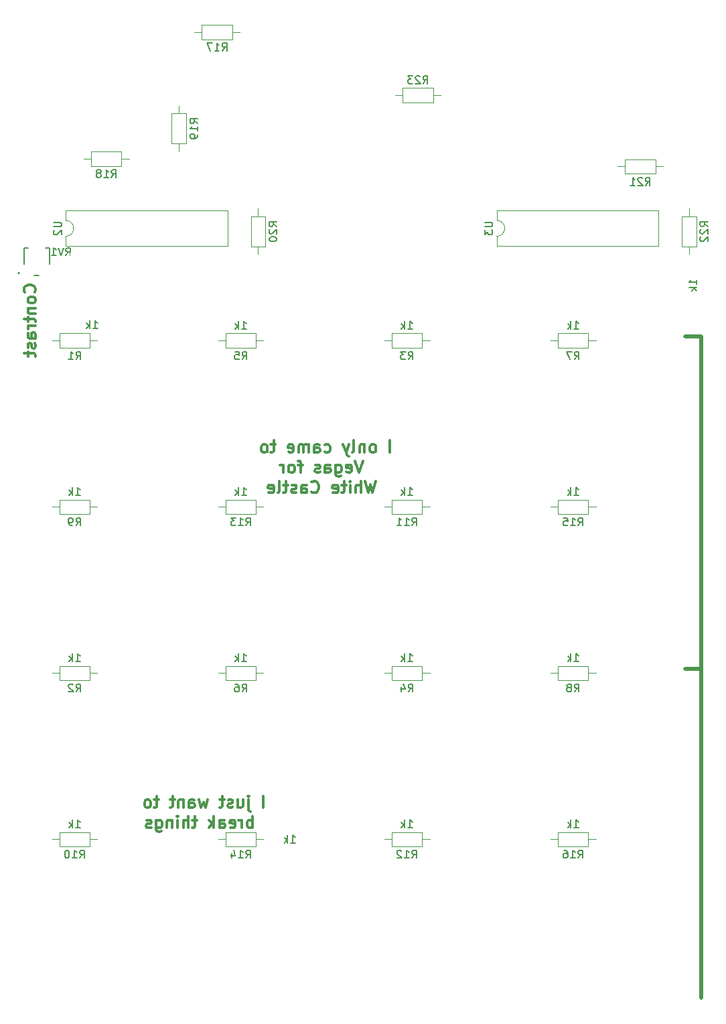
<source format=gbo>
%TF.GenerationSoftware,KiCad,Pcbnew,5.0.2+dfsg1-1*%
%TF.CreationDate,2022-01-02T19:08:51-08:00*%
%TF.ProjectId,keypad,6b657970-6164-42e6-9b69-6361645f7063,rev?*%
%TF.SameCoordinates,Original*%
%TF.FileFunction,Legend,Bot*%
%TF.FilePolarity,Positive*%
%FSLAX46Y46*%
G04 Gerber Fmt 4.6, Leading zero omitted, Abs format (unit mm)*
G04 Created by KiCad (PCBNEW 5.0.2+dfsg1-1) date Sun 02 Jan 2022 07:08:51 PM PST*
%MOMM*%
%LPD*%
G01*
G04 APERTURE LIST*
%ADD10C,0.500000*%
%ADD11C,0.300000*%
%ADD12C,0.127000*%
%ADD13C,0.200000*%
%ADD14C,0.120000*%
%ADD15C,0.150000*%
%ADD16C,1.700000*%
%ADD17C,4.000000*%
%ADD18C,2.200000*%
%ADD19R,1.800000X2.600000*%
%ADD20O,1.800000X2.600000*%
%ADD21C,3.000000*%
%ADD22R,1.700000X1.700000*%
%ADD23O,1.700000X1.700000*%
%ADD24R,1.600000X1.600000*%
%ADD25R,1.100000X1.600000*%
%ADD26C,8.600000*%
%ADD27C,0.900000*%
%ADD28O,1.400000X1.400000*%
%ADD29C,1.400000*%
%ADD30R,1.600000X2.400000*%
%ADD31O,1.600000X2.400000*%
G04 APERTURE END LIST*
D10*
X191000000Y-70500000D02*
X189000000Y-70500000D01*
X191000000Y-112500000D02*
X191000000Y-70500000D01*
X191000000Y-112500000D02*
X191000000Y-154000000D01*
X189000000Y-112500000D02*
X191000000Y-112500000D01*
D11*
X151678571Y-85128571D02*
X151678571Y-83628571D01*
X149607142Y-85128571D02*
X149750000Y-85057142D01*
X149821428Y-84985714D01*
X149892857Y-84842857D01*
X149892857Y-84414285D01*
X149821428Y-84271428D01*
X149750000Y-84200000D01*
X149607142Y-84128571D01*
X149392857Y-84128571D01*
X149250000Y-84200000D01*
X149178571Y-84271428D01*
X149107142Y-84414285D01*
X149107142Y-84842857D01*
X149178571Y-84985714D01*
X149250000Y-85057142D01*
X149392857Y-85128571D01*
X149607142Y-85128571D01*
X148464285Y-84128571D02*
X148464285Y-85128571D01*
X148464285Y-84271428D02*
X148392857Y-84200000D01*
X148250000Y-84128571D01*
X148035714Y-84128571D01*
X147892857Y-84200000D01*
X147821428Y-84342857D01*
X147821428Y-85128571D01*
X146892857Y-85128571D02*
X147035714Y-85057142D01*
X147107142Y-84914285D01*
X147107142Y-83628571D01*
X146464285Y-84128571D02*
X146107142Y-85128571D01*
X145750000Y-84128571D02*
X146107142Y-85128571D01*
X146250000Y-85485714D01*
X146321428Y-85557142D01*
X146464285Y-85628571D01*
X143392857Y-85057142D02*
X143535714Y-85128571D01*
X143821428Y-85128571D01*
X143964285Y-85057142D01*
X144035714Y-84985714D01*
X144107142Y-84842857D01*
X144107142Y-84414285D01*
X144035714Y-84271428D01*
X143964285Y-84200000D01*
X143821428Y-84128571D01*
X143535714Y-84128571D01*
X143392857Y-84200000D01*
X142107142Y-85128571D02*
X142107142Y-84342857D01*
X142178571Y-84200000D01*
X142321428Y-84128571D01*
X142607142Y-84128571D01*
X142750000Y-84200000D01*
X142107142Y-85057142D02*
X142250000Y-85128571D01*
X142607142Y-85128571D01*
X142750000Y-85057142D01*
X142821428Y-84914285D01*
X142821428Y-84771428D01*
X142750000Y-84628571D01*
X142607142Y-84557142D01*
X142250000Y-84557142D01*
X142107142Y-84485714D01*
X141392857Y-85128571D02*
X141392857Y-84128571D01*
X141392857Y-84271428D02*
X141321428Y-84200000D01*
X141178571Y-84128571D01*
X140964285Y-84128571D01*
X140821428Y-84200000D01*
X140750000Y-84342857D01*
X140750000Y-85128571D01*
X140750000Y-84342857D02*
X140678571Y-84200000D01*
X140535714Y-84128571D01*
X140321428Y-84128571D01*
X140178571Y-84200000D01*
X140107142Y-84342857D01*
X140107142Y-85128571D01*
X138821428Y-85057142D02*
X138964285Y-85128571D01*
X139250000Y-85128571D01*
X139392857Y-85057142D01*
X139464285Y-84914285D01*
X139464285Y-84342857D01*
X139392857Y-84200000D01*
X139250000Y-84128571D01*
X138964285Y-84128571D01*
X138821428Y-84200000D01*
X138750000Y-84342857D01*
X138750000Y-84485714D01*
X139464285Y-84628571D01*
X137178571Y-84128571D02*
X136607142Y-84128571D01*
X136964285Y-83628571D02*
X136964285Y-84914285D01*
X136892857Y-85057142D01*
X136750000Y-85128571D01*
X136607142Y-85128571D01*
X135892857Y-85128571D02*
X136035714Y-85057142D01*
X136107142Y-84985714D01*
X136178571Y-84842857D01*
X136178571Y-84414285D01*
X136107142Y-84271428D01*
X136035714Y-84200000D01*
X135892857Y-84128571D01*
X135678571Y-84128571D01*
X135535714Y-84200000D01*
X135464285Y-84271428D01*
X135392857Y-84414285D01*
X135392857Y-84842857D01*
X135464285Y-84985714D01*
X135535714Y-85057142D01*
X135678571Y-85128571D01*
X135892857Y-85128571D01*
X148250000Y-86178571D02*
X147750000Y-87678571D01*
X147250000Y-86178571D01*
X146178571Y-87607142D02*
X146321428Y-87678571D01*
X146607142Y-87678571D01*
X146750000Y-87607142D01*
X146821428Y-87464285D01*
X146821428Y-86892857D01*
X146750000Y-86750000D01*
X146607142Y-86678571D01*
X146321428Y-86678571D01*
X146178571Y-86750000D01*
X146107142Y-86892857D01*
X146107142Y-87035714D01*
X146821428Y-87178571D01*
X144821428Y-86678571D02*
X144821428Y-87892857D01*
X144892857Y-88035714D01*
X144964285Y-88107142D01*
X145107142Y-88178571D01*
X145321428Y-88178571D01*
X145464285Y-88107142D01*
X144821428Y-87607142D02*
X144964285Y-87678571D01*
X145250000Y-87678571D01*
X145392857Y-87607142D01*
X145464285Y-87535714D01*
X145535714Y-87392857D01*
X145535714Y-86964285D01*
X145464285Y-86821428D01*
X145392857Y-86750000D01*
X145250000Y-86678571D01*
X144964285Y-86678571D01*
X144821428Y-86750000D01*
X143464285Y-87678571D02*
X143464285Y-86892857D01*
X143535714Y-86750000D01*
X143678571Y-86678571D01*
X143964285Y-86678571D01*
X144107142Y-86750000D01*
X143464285Y-87607142D02*
X143607142Y-87678571D01*
X143964285Y-87678571D01*
X144107142Y-87607142D01*
X144178571Y-87464285D01*
X144178571Y-87321428D01*
X144107142Y-87178571D01*
X143964285Y-87107142D01*
X143607142Y-87107142D01*
X143464285Y-87035714D01*
X142821428Y-87607142D02*
X142678571Y-87678571D01*
X142392857Y-87678571D01*
X142250000Y-87607142D01*
X142178571Y-87464285D01*
X142178571Y-87392857D01*
X142250000Y-87250000D01*
X142392857Y-87178571D01*
X142607142Y-87178571D01*
X142750000Y-87107142D01*
X142821428Y-86964285D01*
X142821428Y-86892857D01*
X142750000Y-86750000D01*
X142607142Y-86678571D01*
X142392857Y-86678571D01*
X142250000Y-86750000D01*
X140607142Y-86678571D02*
X140035714Y-86678571D01*
X140392857Y-87678571D02*
X140392857Y-86392857D01*
X140321428Y-86250000D01*
X140178571Y-86178571D01*
X140035714Y-86178571D01*
X139321428Y-87678571D02*
X139464285Y-87607142D01*
X139535714Y-87535714D01*
X139607142Y-87392857D01*
X139607142Y-86964285D01*
X139535714Y-86821428D01*
X139464285Y-86750000D01*
X139321428Y-86678571D01*
X139107142Y-86678571D01*
X138964285Y-86750000D01*
X138892857Y-86821428D01*
X138821428Y-86964285D01*
X138821428Y-87392857D01*
X138892857Y-87535714D01*
X138964285Y-87607142D01*
X139107142Y-87678571D01*
X139321428Y-87678571D01*
X138178571Y-87678571D02*
X138178571Y-86678571D01*
X138178571Y-86964285D02*
X138107142Y-86821428D01*
X138035714Y-86750000D01*
X137892857Y-86678571D01*
X137750000Y-86678571D01*
X149821428Y-88728571D02*
X149464285Y-90228571D01*
X149178571Y-89157142D01*
X148892857Y-90228571D01*
X148535714Y-88728571D01*
X147964285Y-90228571D02*
X147964285Y-88728571D01*
X147321428Y-90228571D02*
X147321428Y-89442857D01*
X147392857Y-89300000D01*
X147535714Y-89228571D01*
X147750000Y-89228571D01*
X147892857Y-89300000D01*
X147964285Y-89371428D01*
X146607142Y-90228571D02*
X146607142Y-89228571D01*
X146607142Y-88728571D02*
X146678571Y-88800000D01*
X146607142Y-88871428D01*
X146535714Y-88800000D01*
X146607142Y-88728571D01*
X146607142Y-88871428D01*
X146107142Y-89228571D02*
X145535714Y-89228571D01*
X145892857Y-88728571D02*
X145892857Y-90014285D01*
X145821428Y-90157142D01*
X145678571Y-90228571D01*
X145535714Y-90228571D01*
X144464285Y-90157142D02*
X144607142Y-90228571D01*
X144892857Y-90228571D01*
X145035714Y-90157142D01*
X145107142Y-90014285D01*
X145107142Y-89442857D01*
X145035714Y-89300000D01*
X144892857Y-89228571D01*
X144607142Y-89228571D01*
X144464285Y-89300000D01*
X144392857Y-89442857D01*
X144392857Y-89585714D01*
X145107142Y-89728571D01*
X141750000Y-90085714D02*
X141821428Y-90157142D01*
X142035714Y-90228571D01*
X142178571Y-90228571D01*
X142392857Y-90157142D01*
X142535714Y-90014285D01*
X142607142Y-89871428D01*
X142678571Y-89585714D01*
X142678571Y-89371428D01*
X142607142Y-89085714D01*
X142535714Y-88942857D01*
X142392857Y-88800000D01*
X142178571Y-88728571D01*
X142035714Y-88728571D01*
X141821428Y-88800000D01*
X141750000Y-88871428D01*
X140464285Y-90228571D02*
X140464285Y-89442857D01*
X140535714Y-89300000D01*
X140678571Y-89228571D01*
X140964285Y-89228571D01*
X141107142Y-89300000D01*
X140464285Y-90157142D02*
X140607142Y-90228571D01*
X140964285Y-90228571D01*
X141107142Y-90157142D01*
X141178571Y-90014285D01*
X141178571Y-89871428D01*
X141107142Y-89728571D01*
X140964285Y-89657142D01*
X140607142Y-89657142D01*
X140464285Y-89585714D01*
X139821428Y-90157142D02*
X139678571Y-90228571D01*
X139392857Y-90228571D01*
X139250000Y-90157142D01*
X139178571Y-90014285D01*
X139178571Y-89942857D01*
X139250000Y-89800000D01*
X139392857Y-89728571D01*
X139607142Y-89728571D01*
X139750000Y-89657142D01*
X139821428Y-89514285D01*
X139821428Y-89442857D01*
X139750000Y-89300000D01*
X139607142Y-89228571D01*
X139392857Y-89228571D01*
X139250000Y-89300000D01*
X138750000Y-89228571D02*
X138178571Y-89228571D01*
X138535714Y-88728571D02*
X138535714Y-90014285D01*
X138464285Y-90157142D01*
X138321428Y-90228571D01*
X138178571Y-90228571D01*
X137464285Y-90228571D02*
X137607142Y-90157142D01*
X137678571Y-90014285D01*
X137678571Y-88728571D01*
X136321428Y-90157142D02*
X136464285Y-90228571D01*
X136750000Y-90228571D01*
X136892857Y-90157142D01*
X136964285Y-90014285D01*
X136964285Y-89442857D01*
X136892857Y-89300000D01*
X136750000Y-89228571D01*
X136464285Y-89228571D01*
X136321428Y-89300000D01*
X136250000Y-89442857D01*
X136250000Y-89585714D01*
X136964285Y-89728571D01*
X135635714Y-130003571D02*
X135635714Y-128503571D01*
X133778571Y-129003571D02*
X133778571Y-130289285D01*
X133850000Y-130432142D01*
X133992857Y-130503571D01*
X134064285Y-130503571D01*
X133778571Y-128503571D02*
X133850000Y-128575000D01*
X133778571Y-128646428D01*
X133707142Y-128575000D01*
X133778571Y-128503571D01*
X133778571Y-128646428D01*
X132421428Y-129003571D02*
X132421428Y-130003571D01*
X133064285Y-129003571D02*
X133064285Y-129789285D01*
X132992857Y-129932142D01*
X132850000Y-130003571D01*
X132635714Y-130003571D01*
X132492857Y-129932142D01*
X132421428Y-129860714D01*
X131778571Y-129932142D02*
X131635714Y-130003571D01*
X131350000Y-130003571D01*
X131207142Y-129932142D01*
X131135714Y-129789285D01*
X131135714Y-129717857D01*
X131207142Y-129575000D01*
X131350000Y-129503571D01*
X131564285Y-129503571D01*
X131707142Y-129432142D01*
X131778571Y-129289285D01*
X131778571Y-129217857D01*
X131707142Y-129075000D01*
X131564285Y-129003571D01*
X131350000Y-129003571D01*
X131207142Y-129075000D01*
X130707142Y-129003571D02*
X130135714Y-129003571D01*
X130492857Y-128503571D02*
X130492857Y-129789285D01*
X130421428Y-129932142D01*
X130278571Y-130003571D01*
X130135714Y-130003571D01*
X128635714Y-129003571D02*
X128350000Y-130003571D01*
X128064285Y-129289285D01*
X127778571Y-130003571D01*
X127492857Y-129003571D01*
X126278571Y-130003571D02*
X126278571Y-129217857D01*
X126350000Y-129075000D01*
X126492857Y-129003571D01*
X126778571Y-129003571D01*
X126921428Y-129075000D01*
X126278571Y-129932142D02*
X126421428Y-130003571D01*
X126778571Y-130003571D01*
X126921428Y-129932142D01*
X126992857Y-129789285D01*
X126992857Y-129646428D01*
X126921428Y-129503571D01*
X126778571Y-129432142D01*
X126421428Y-129432142D01*
X126278571Y-129360714D01*
X125564285Y-129003571D02*
X125564285Y-130003571D01*
X125564285Y-129146428D02*
X125492857Y-129075000D01*
X125350000Y-129003571D01*
X125135714Y-129003571D01*
X124992857Y-129075000D01*
X124921428Y-129217857D01*
X124921428Y-130003571D01*
X124421428Y-129003571D02*
X123850000Y-129003571D01*
X124207142Y-128503571D02*
X124207142Y-129789285D01*
X124135714Y-129932142D01*
X123992857Y-130003571D01*
X123850000Y-130003571D01*
X122421428Y-129003571D02*
X121850000Y-129003571D01*
X122207142Y-128503571D02*
X122207142Y-129789285D01*
X122135714Y-129932142D01*
X121992857Y-130003571D01*
X121850000Y-130003571D01*
X121135714Y-130003571D02*
X121278571Y-129932142D01*
X121350000Y-129860714D01*
X121421428Y-129717857D01*
X121421428Y-129289285D01*
X121350000Y-129146428D01*
X121278571Y-129075000D01*
X121135714Y-129003571D01*
X120921428Y-129003571D01*
X120778571Y-129075000D01*
X120707142Y-129146428D01*
X120635714Y-129289285D01*
X120635714Y-129717857D01*
X120707142Y-129860714D01*
X120778571Y-129932142D01*
X120921428Y-130003571D01*
X121135714Y-130003571D01*
X134314285Y-132553571D02*
X134314285Y-131053571D01*
X134314285Y-131625000D02*
X134171428Y-131553571D01*
X133885714Y-131553571D01*
X133742857Y-131625000D01*
X133671428Y-131696428D01*
X133600000Y-131839285D01*
X133600000Y-132267857D01*
X133671428Y-132410714D01*
X133742857Y-132482142D01*
X133885714Y-132553571D01*
X134171428Y-132553571D01*
X134314285Y-132482142D01*
X132957142Y-132553571D02*
X132957142Y-131553571D01*
X132957142Y-131839285D02*
X132885714Y-131696428D01*
X132814285Y-131625000D01*
X132671428Y-131553571D01*
X132528571Y-131553571D01*
X131457142Y-132482142D02*
X131600000Y-132553571D01*
X131885714Y-132553571D01*
X132028571Y-132482142D01*
X132100000Y-132339285D01*
X132100000Y-131767857D01*
X132028571Y-131625000D01*
X131885714Y-131553571D01*
X131600000Y-131553571D01*
X131457142Y-131625000D01*
X131385714Y-131767857D01*
X131385714Y-131910714D01*
X132100000Y-132053571D01*
X130100000Y-132553571D02*
X130100000Y-131767857D01*
X130171428Y-131625000D01*
X130314285Y-131553571D01*
X130600000Y-131553571D01*
X130742857Y-131625000D01*
X130100000Y-132482142D02*
X130242857Y-132553571D01*
X130600000Y-132553571D01*
X130742857Y-132482142D01*
X130814285Y-132339285D01*
X130814285Y-132196428D01*
X130742857Y-132053571D01*
X130600000Y-131982142D01*
X130242857Y-131982142D01*
X130100000Y-131910714D01*
X129385714Y-132553571D02*
X129385714Y-131053571D01*
X129242857Y-131982142D02*
X128814285Y-132553571D01*
X128814285Y-131553571D02*
X129385714Y-132125000D01*
X127242857Y-131553571D02*
X126671428Y-131553571D01*
X127028571Y-131053571D02*
X127028571Y-132339285D01*
X126957142Y-132482142D01*
X126814285Y-132553571D01*
X126671428Y-132553571D01*
X126171428Y-132553571D02*
X126171428Y-131053571D01*
X125528571Y-132553571D02*
X125528571Y-131767857D01*
X125600000Y-131625000D01*
X125742857Y-131553571D01*
X125957142Y-131553571D01*
X126100000Y-131625000D01*
X126171428Y-131696428D01*
X124814285Y-132553571D02*
X124814285Y-131553571D01*
X124814285Y-131053571D02*
X124885714Y-131125000D01*
X124814285Y-131196428D01*
X124742857Y-131125000D01*
X124814285Y-131053571D01*
X124814285Y-131196428D01*
X124100000Y-131553571D02*
X124100000Y-132553571D01*
X124100000Y-131696428D02*
X124028571Y-131625000D01*
X123885714Y-131553571D01*
X123671428Y-131553571D01*
X123528571Y-131625000D01*
X123457142Y-131767857D01*
X123457142Y-132553571D01*
X122100000Y-131553571D02*
X122100000Y-132767857D01*
X122171428Y-132910714D01*
X122242857Y-132982142D01*
X122385714Y-133053571D01*
X122600000Y-133053571D01*
X122742857Y-132982142D01*
X122100000Y-132482142D02*
X122242857Y-132553571D01*
X122528571Y-132553571D01*
X122671428Y-132482142D01*
X122742857Y-132410714D01*
X122814285Y-132267857D01*
X122814285Y-131839285D01*
X122742857Y-131696428D01*
X122671428Y-131625000D01*
X122528571Y-131553571D01*
X122242857Y-131553571D01*
X122100000Y-131625000D01*
X121457142Y-132482142D02*
X121314285Y-132553571D01*
X121028571Y-132553571D01*
X120885714Y-132482142D01*
X120814285Y-132339285D01*
X120814285Y-132267857D01*
X120885714Y-132125000D01*
X121028571Y-132053571D01*
X121242857Y-132053571D01*
X121385714Y-131982142D01*
X121457142Y-131839285D01*
X121457142Y-131767857D01*
X121385714Y-131625000D01*
X121242857Y-131553571D01*
X121028571Y-131553571D01*
X120885714Y-131625000D01*
X106735714Y-64900000D02*
X106807142Y-64828571D01*
X106878571Y-64614285D01*
X106878571Y-64471428D01*
X106807142Y-64257142D01*
X106664285Y-64114285D01*
X106521428Y-64042857D01*
X106235714Y-63971428D01*
X106021428Y-63971428D01*
X105735714Y-64042857D01*
X105592857Y-64114285D01*
X105450000Y-64257142D01*
X105378571Y-64471428D01*
X105378571Y-64614285D01*
X105450000Y-64828571D01*
X105521428Y-64900000D01*
X106878571Y-65757142D02*
X106807142Y-65614285D01*
X106735714Y-65542857D01*
X106592857Y-65471428D01*
X106164285Y-65471428D01*
X106021428Y-65542857D01*
X105950000Y-65614285D01*
X105878571Y-65757142D01*
X105878571Y-65971428D01*
X105950000Y-66114285D01*
X106021428Y-66185714D01*
X106164285Y-66257142D01*
X106592857Y-66257142D01*
X106735714Y-66185714D01*
X106807142Y-66114285D01*
X106878571Y-65971428D01*
X106878571Y-65757142D01*
X105878571Y-66900000D02*
X106878571Y-66900000D01*
X106021428Y-66900000D02*
X105950000Y-66971428D01*
X105878571Y-67114285D01*
X105878571Y-67328571D01*
X105950000Y-67471428D01*
X106092857Y-67542857D01*
X106878571Y-67542857D01*
X105878571Y-68042857D02*
X105878571Y-68614285D01*
X105378571Y-68257142D02*
X106664285Y-68257142D01*
X106807142Y-68328571D01*
X106878571Y-68471428D01*
X106878571Y-68614285D01*
X106878571Y-69114285D02*
X105878571Y-69114285D01*
X106164285Y-69114285D02*
X106021428Y-69185714D01*
X105950000Y-69257142D01*
X105878571Y-69400000D01*
X105878571Y-69542857D01*
X106878571Y-70685714D02*
X106092857Y-70685714D01*
X105950000Y-70614285D01*
X105878571Y-70471428D01*
X105878571Y-70185714D01*
X105950000Y-70042857D01*
X106807142Y-70685714D02*
X106878571Y-70542857D01*
X106878571Y-70185714D01*
X106807142Y-70042857D01*
X106664285Y-69971428D01*
X106521428Y-69971428D01*
X106378571Y-70042857D01*
X106307142Y-70185714D01*
X106307142Y-70542857D01*
X106235714Y-70685714D01*
X106807142Y-71328571D02*
X106878571Y-71471428D01*
X106878571Y-71757142D01*
X106807142Y-71900000D01*
X106664285Y-71971428D01*
X106592857Y-71971428D01*
X106450000Y-71900000D01*
X106378571Y-71757142D01*
X106378571Y-71542857D01*
X106307142Y-71400000D01*
X106164285Y-71328571D01*
X106092857Y-71328571D01*
X105950000Y-71400000D01*
X105878571Y-71542857D01*
X105878571Y-71757142D01*
X105950000Y-71900000D01*
X105878571Y-72400000D02*
X105878571Y-72971428D01*
X105378571Y-72614285D02*
X106664285Y-72614285D01*
X106807142Y-72685714D01*
X106878571Y-72828571D01*
X106878571Y-72971428D01*
D12*
X105400000Y-59250000D02*
X105400000Y-61336500D01*
X106713500Y-62750000D02*
X107286500Y-62750000D01*
X108600000Y-61336500D02*
X108600000Y-59250000D01*
X108600000Y-59250000D02*
X108120000Y-59250000D01*
X105880000Y-59250000D02*
X105400000Y-59250000D01*
D13*
X104850000Y-62450000D02*
G75*
G03X104850000Y-62450000I-100000J0D01*
G01*
D14*
X109890000Y-71920000D02*
X109890000Y-70080000D01*
X109890000Y-70080000D02*
X113730000Y-70080000D01*
X113730000Y-70080000D02*
X113730000Y-71920000D01*
X113730000Y-71920000D02*
X109890000Y-71920000D01*
X108940000Y-71000000D02*
X109890000Y-71000000D01*
X114680000Y-71000000D02*
X113730000Y-71000000D01*
X114680000Y-113000000D02*
X113730000Y-113000000D01*
X108940000Y-113000000D02*
X109890000Y-113000000D01*
X113730000Y-113920000D02*
X109890000Y-113920000D01*
X113730000Y-112080000D02*
X113730000Y-113920000D01*
X109890000Y-112080000D02*
X113730000Y-112080000D01*
X109890000Y-113920000D02*
X109890000Y-112080000D01*
X156680000Y-71000000D02*
X155730000Y-71000000D01*
X150940000Y-71000000D02*
X151890000Y-71000000D01*
X155730000Y-71920000D02*
X151890000Y-71920000D01*
X155730000Y-70080000D02*
X155730000Y-71920000D01*
X151890000Y-70080000D02*
X155730000Y-70080000D01*
X151890000Y-71920000D02*
X151890000Y-70080000D01*
X151890000Y-113920000D02*
X151890000Y-112080000D01*
X151890000Y-112080000D02*
X155730000Y-112080000D01*
X155730000Y-112080000D02*
X155730000Y-113920000D01*
X155730000Y-113920000D02*
X151890000Y-113920000D01*
X150940000Y-113000000D02*
X151890000Y-113000000D01*
X156680000Y-113000000D02*
X155730000Y-113000000D01*
X135680000Y-71000000D02*
X134730000Y-71000000D01*
X129940000Y-71000000D02*
X130890000Y-71000000D01*
X134730000Y-71920000D02*
X130890000Y-71920000D01*
X134730000Y-70080000D02*
X134730000Y-71920000D01*
X130890000Y-70080000D02*
X134730000Y-70080000D01*
X130890000Y-71920000D02*
X130890000Y-70080000D01*
X130890000Y-113920000D02*
X130890000Y-112080000D01*
X130890000Y-112080000D02*
X134730000Y-112080000D01*
X134730000Y-112080000D02*
X134730000Y-113920000D01*
X134730000Y-113920000D02*
X130890000Y-113920000D01*
X129940000Y-113000000D02*
X130890000Y-113000000D01*
X135680000Y-113000000D02*
X134730000Y-113000000D01*
X177680000Y-71000000D02*
X176730000Y-71000000D01*
X171940000Y-71000000D02*
X172890000Y-71000000D01*
X176730000Y-71920000D02*
X172890000Y-71920000D01*
X176730000Y-70080000D02*
X176730000Y-71920000D01*
X172890000Y-70080000D02*
X176730000Y-70080000D01*
X172890000Y-71920000D02*
X172890000Y-70080000D01*
X172890000Y-113920000D02*
X172890000Y-112080000D01*
X172890000Y-112080000D02*
X176730000Y-112080000D01*
X176730000Y-112080000D02*
X176730000Y-113920000D01*
X176730000Y-113920000D02*
X172890000Y-113920000D01*
X171940000Y-113000000D02*
X172890000Y-113000000D01*
X177680000Y-113000000D02*
X176730000Y-113000000D01*
X109890000Y-92920000D02*
X109890000Y-91080000D01*
X109890000Y-91080000D02*
X113730000Y-91080000D01*
X113730000Y-91080000D02*
X113730000Y-92920000D01*
X113730000Y-92920000D02*
X109890000Y-92920000D01*
X108940000Y-92000000D02*
X109890000Y-92000000D01*
X114680000Y-92000000D02*
X113730000Y-92000000D01*
X114680000Y-134000000D02*
X113730000Y-134000000D01*
X108940000Y-134000000D02*
X109890000Y-134000000D01*
X113730000Y-134920000D02*
X109890000Y-134920000D01*
X113730000Y-133080000D02*
X113730000Y-134920000D01*
X109890000Y-133080000D02*
X113730000Y-133080000D01*
X109890000Y-134920000D02*
X109890000Y-133080000D01*
X151890000Y-92920000D02*
X151890000Y-91080000D01*
X151890000Y-91080000D02*
X155730000Y-91080000D01*
X155730000Y-91080000D02*
X155730000Y-92920000D01*
X155730000Y-92920000D02*
X151890000Y-92920000D01*
X150940000Y-92000000D02*
X151890000Y-92000000D01*
X156680000Y-92000000D02*
X155730000Y-92000000D01*
X151890000Y-134920000D02*
X151890000Y-133080000D01*
X151890000Y-133080000D02*
X155730000Y-133080000D01*
X155730000Y-133080000D02*
X155730000Y-134920000D01*
X155730000Y-134920000D02*
X151890000Y-134920000D01*
X150940000Y-134000000D02*
X151890000Y-134000000D01*
X156680000Y-134000000D02*
X155730000Y-134000000D01*
X135680000Y-92000000D02*
X134730000Y-92000000D01*
X129940000Y-92000000D02*
X130890000Y-92000000D01*
X134730000Y-92920000D02*
X130890000Y-92920000D01*
X134730000Y-91080000D02*
X134730000Y-92920000D01*
X130890000Y-91080000D02*
X134730000Y-91080000D01*
X130890000Y-92920000D02*
X130890000Y-91080000D01*
X130890000Y-134920000D02*
X130890000Y-133080000D01*
X130890000Y-133080000D02*
X134730000Y-133080000D01*
X134730000Y-133080000D02*
X134730000Y-134920000D01*
X134730000Y-134920000D02*
X130890000Y-134920000D01*
X129940000Y-134000000D02*
X130890000Y-134000000D01*
X135680000Y-134000000D02*
X134730000Y-134000000D01*
X177680000Y-92000000D02*
X176730000Y-92000000D01*
X171940000Y-92000000D02*
X172890000Y-92000000D01*
X176730000Y-92920000D02*
X172890000Y-92920000D01*
X176730000Y-91080000D02*
X176730000Y-92920000D01*
X172890000Y-91080000D02*
X176730000Y-91080000D01*
X172890000Y-92920000D02*
X172890000Y-91080000D01*
X177680000Y-134000000D02*
X176730000Y-134000000D01*
X171940000Y-134000000D02*
X172890000Y-134000000D01*
X176730000Y-134920000D02*
X172890000Y-134920000D01*
X176730000Y-133080000D02*
X176730000Y-134920000D01*
X172890000Y-133080000D02*
X176730000Y-133080000D01*
X172890000Y-134920000D02*
X172890000Y-133080000D01*
X127890000Y-32920000D02*
X127890000Y-31080000D01*
X127890000Y-31080000D02*
X131730000Y-31080000D01*
X131730000Y-31080000D02*
X131730000Y-32920000D01*
X131730000Y-32920000D02*
X127890000Y-32920000D01*
X126940000Y-32000000D02*
X127890000Y-32000000D01*
X132680000Y-32000000D02*
X131730000Y-32000000D01*
X118680000Y-48030000D02*
X117730000Y-48030000D01*
X112940000Y-48030000D02*
X113890000Y-48030000D01*
X117730000Y-48950000D02*
X113890000Y-48950000D01*
X117730000Y-47110000D02*
X117730000Y-48950000D01*
X113890000Y-47110000D02*
X117730000Y-47110000D01*
X113890000Y-48950000D02*
X113890000Y-47110000D01*
X125920000Y-46110000D02*
X124080000Y-46110000D01*
X124080000Y-46110000D02*
X124080000Y-42270000D01*
X124080000Y-42270000D02*
X125920000Y-42270000D01*
X125920000Y-42270000D02*
X125920000Y-46110000D01*
X125000000Y-47060000D02*
X125000000Y-46110000D01*
X125000000Y-41320000D02*
X125000000Y-42270000D01*
X135000000Y-54320000D02*
X135000000Y-55270000D01*
X135000000Y-60060000D02*
X135000000Y-59110000D01*
X135920000Y-55270000D02*
X135920000Y-59110000D01*
X134080000Y-55270000D02*
X135920000Y-55270000D01*
X134080000Y-59110000D02*
X134080000Y-55270000D01*
X135920000Y-59110000D02*
X134080000Y-59110000D01*
X181390000Y-49920000D02*
X181390000Y-48080000D01*
X181390000Y-48080000D02*
X185230000Y-48080000D01*
X185230000Y-48080000D02*
X185230000Y-49920000D01*
X185230000Y-49920000D02*
X181390000Y-49920000D01*
X180440000Y-49000000D02*
X181390000Y-49000000D01*
X186180000Y-49000000D02*
X185230000Y-49000000D01*
X189500000Y-54320000D02*
X189500000Y-55270000D01*
X189500000Y-60060000D02*
X189500000Y-59110000D01*
X190420000Y-55270000D02*
X190420000Y-59110000D01*
X188580000Y-55270000D02*
X190420000Y-55270000D01*
X188580000Y-59110000D02*
X188580000Y-55270000D01*
X190420000Y-59110000D02*
X188580000Y-59110000D01*
X152320000Y-40000000D02*
X153270000Y-40000000D01*
X158060000Y-40000000D02*
X157110000Y-40000000D01*
X153270000Y-39080000D02*
X157110000Y-39080000D01*
X153270000Y-40920000D02*
X153270000Y-39080000D01*
X157110000Y-40920000D02*
X153270000Y-40920000D01*
X157110000Y-39080000D02*
X157110000Y-40920000D01*
X110670000Y-59060000D02*
X110670000Y-57810000D01*
X131110000Y-59060000D02*
X110670000Y-59060000D01*
X131110000Y-54560000D02*
X131110000Y-59060000D01*
X110670000Y-54560000D02*
X131110000Y-54560000D01*
X110670000Y-55810000D02*
X110670000Y-54560000D01*
X110670000Y-57810000D02*
G75*
G03X110670000Y-55810000I0J1000000D01*
G01*
X165170000Y-55810000D02*
X165170000Y-54560000D01*
X165170000Y-54560000D02*
X185610000Y-54560000D01*
X185610000Y-54560000D02*
X185610000Y-59060000D01*
X185610000Y-59060000D02*
X165170000Y-59060000D01*
X165170000Y-59060000D02*
X165170000Y-57810000D01*
X165170000Y-57810000D02*
G75*
G03X165170000Y-55810000I0J1000000D01*
G01*
D15*
X110695238Y-60252380D02*
X111028571Y-59776190D01*
X111266666Y-60252380D02*
X111266666Y-59252380D01*
X110885714Y-59252380D01*
X110790476Y-59300000D01*
X110742857Y-59347619D01*
X110695238Y-59442857D01*
X110695238Y-59585714D01*
X110742857Y-59680952D01*
X110790476Y-59728571D01*
X110885714Y-59776190D01*
X111266666Y-59776190D01*
X110409523Y-59252380D02*
X110076190Y-60252380D01*
X109742857Y-59252380D01*
X108885714Y-60252380D02*
X109457142Y-60252380D01*
X109171428Y-60252380D02*
X109171428Y-59252380D01*
X109266666Y-59395238D01*
X109361904Y-59490476D01*
X109457142Y-59538095D01*
X111976666Y-73372380D02*
X112310000Y-72896190D01*
X112548095Y-73372380D02*
X112548095Y-72372380D01*
X112167142Y-72372380D01*
X112071904Y-72420000D01*
X112024285Y-72467619D01*
X111976666Y-72562857D01*
X111976666Y-72705714D01*
X112024285Y-72800952D01*
X112071904Y-72848571D01*
X112167142Y-72896190D01*
X112548095Y-72896190D01*
X111024285Y-73372380D02*
X111595714Y-73372380D01*
X111310000Y-73372380D02*
X111310000Y-72372380D01*
X111405238Y-72515238D01*
X111500476Y-72610476D01*
X111595714Y-72658095D01*
X114119047Y-69452380D02*
X114690476Y-69452380D01*
X114404761Y-69452380D02*
X114404761Y-68452380D01*
X114500000Y-68595238D01*
X114595238Y-68690476D01*
X114690476Y-68738095D01*
X113690476Y-69452380D02*
X113690476Y-68452380D01*
X113595238Y-69071428D02*
X113309523Y-69452380D01*
X113309523Y-68785714D02*
X113690476Y-69166666D01*
X111976666Y-115372380D02*
X112310000Y-114896190D01*
X112548095Y-115372380D02*
X112548095Y-114372380D01*
X112167142Y-114372380D01*
X112071904Y-114420000D01*
X112024285Y-114467619D01*
X111976666Y-114562857D01*
X111976666Y-114705714D01*
X112024285Y-114800952D01*
X112071904Y-114848571D01*
X112167142Y-114896190D01*
X112548095Y-114896190D01*
X111595714Y-114467619D02*
X111548095Y-114420000D01*
X111452857Y-114372380D01*
X111214761Y-114372380D01*
X111119523Y-114420000D01*
X111071904Y-114467619D01*
X111024285Y-114562857D01*
X111024285Y-114658095D01*
X111071904Y-114800952D01*
X111643333Y-115372380D01*
X111024285Y-115372380D01*
X111929047Y-111532380D02*
X112500476Y-111532380D01*
X112214761Y-111532380D02*
X112214761Y-110532380D01*
X112310000Y-110675238D01*
X112405238Y-110770476D01*
X112500476Y-110818095D01*
X111500476Y-111532380D02*
X111500476Y-110532380D01*
X111405238Y-111151428D02*
X111119523Y-111532380D01*
X111119523Y-110865714D02*
X111500476Y-111246666D01*
X153976666Y-73372380D02*
X154310000Y-72896190D01*
X154548095Y-73372380D02*
X154548095Y-72372380D01*
X154167142Y-72372380D01*
X154071904Y-72420000D01*
X154024285Y-72467619D01*
X153976666Y-72562857D01*
X153976666Y-72705714D01*
X154024285Y-72800952D01*
X154071904Y-72848571D01*
X154167142Y-72896190D01*
X154548095Y-72896190D01*
X153643333Y-72372380D02*
X153024285Y-72372380D01*
X153357619Y-72753333D01*
X153214761Y-72753333D01*
X153119523Y-72800952D01*
X153071904Y-72848571D01*
X153024285Y-72943809D01*
X153024285Y-73181904D01*
X153071904Y-73277142D01*
X153119523Y-73324761D01*
X153214761Y-73372380D01*
X153500476Y-73372380D01*
X153595714Y-73324761D01*
X153643333Y-73277142D01*
X153929047Y-69532380D02*
X154500476Y-69532380D01*
X154214761Y-69532380D02*
X154214761Y-68532380D01*
X154310000Y-68675238D01*
X154405238Y-68770476D01*
X154500476Y-68818095D01*
X153500476Y-69532380D02*
X153500476Y-68532380D01*
X153405238Y-69151428D02*
X153119523Y-69532380D01*
X153119523Y-68865714D02*
X153500476Y-69246666D01*
X153976666Y-115372380D02*
X154310000Y-114896190D01*
X154548095Y-115372380D02*
X154548095Y-114372380D01*
X154167142Y-114372380D01*
X154071904Y-114420000D01*
X154024285Y-114467619D01*
X153976666Y-114562857D01*
X153976666Y-114705714D01*
X154024285Y-114800952D01*
X154071904Y-114848571D01*
X154167142Y-114896190D01*
X154548095Y-114896190D01*
X153119523Y-114705714D02*
X153119523Y-115372380D01*
X153357619Y-114324761D02*
X153595714Y-115039047D01*
X152976666Y-115039047D01*
X153929047Y-111532380D02*
X154500476Y-111532380D01*
X154214761Y-111532380D02*
X154214761Y-110532380D01*
X154310000Y-110675238D01*
X154405238Y-110770476D01*
X154500476Y-110818095D01*
X153500476Y-111532380D02*
X153500476Y-110532380D01*
X153405238Y-111151428D02*
X153119523Y-111532380D01*
X153119523Y-110865714D02*
X153500476Y-111246666D01*
X132976666Y-73372380D02*
X133310000Y-72896190D01*
X133548095Y-73372380D02*
X133548095Y-72372380D01*
X133167142Y-72372380D01*
X133071904Y-72420000D01*
X133024285Y-72467619D01*
X132976666Y-72562857D01*
X132976666Y-72705714D01*
X133024285Y-72800952D01*
X133071904Y-72848571D01*
X133167142Y-72896190D01*
X133548095Y-72896190D01*
X132071904Y-72372380D02*
X132548095Y-72372380D01*
X132595714Y-72848571D01*
X132548095Y-72800952D01*
X132452857Y-72753333D01*
X132214761Y-72753333D01*
X132119523Y-72800952D01*
X132071904Y-72848571D01*
X132024285Y-72943809D01*
X132024285Y-73181904D01*
X132071904Y-73277142D01*
X132119523Y-73324761D01*
X132214761Y-73372380D01*
X132452857Y-73372380D01*
X132548095Y-73324761D01*
X132595714Y-73277142D01*
X132929047Y-69532380D02*
X133500476Y-69532380D01*
X133214761Y-69532380D02*
X133214761Y-68532380D01*
X133310000Y-68675238D01*
X133405238Y-68770476D01*
X133500476Y-68818095D01*
X132500476Y-69532380D02*
X132500476Y-68532380D01*
X132405238Y-69151428D02*
X132119523Y-69532380D01*
X132119523Y-68865714D02*
X132500476Y-69246666D01*
X132976666Y-115372380D02*
X133310000Y-114896190D01*
X133548095Y-115372380D02*
X133548095Y-114372380D01*
X133167142Y-114372380D01*
X133071904Y-114420000D01*
X133024285Y-114467619D01*
X132976666Y-114562857D01*
X132976666Y-114705714D01*
X133024285Y-114800952D01*
X133071904Y-114848571D01*
X133167142Y-114896190D01*
X133548095Y-114896190D01*
X132119523Y-114372380D02*
X132310000Y-114372380D01*
X132405238Y-114420000D01*
X132452857Y-114467619D01*
X132548095Y-114610476D01*
X132595714Y-114800952D01*
X132595714Y-115181904D01*
X132548095Y-115277142D01*
X132500476Y-115324761D01*
X132405238Y-115372380D01*
X132214761Y-115372380D01*
X132119523Y-115324761D01*
X132071904Y-115277142D01*
X132024285Y-115181904D01*
X132024285Y-114943809D01*
X132071904Y-114848571D01*
X132119523Y-114800952D01*
X132214761Y-114753333D01*
X132405238Y-114753333D01*
X132500476Y-114800952D01*
X132548095Y-114848571D01*
X132595714Y-114943809D01*
X132929047Y-111532380D02*
X133500476Y-111532380D01*
X133214761Y-111532380D02*
X133214761Y-110532380D01*
X133310000Y-110675238D01*
X133405238Y-110770476D01*
X133500476Y-110818095D01*
X132500476Y-111532380D02*
X132500476Y-110532380D01*
X132405238Y-111151428D02*
X132119523Y-111532380D01*
X132119523Y-110865714D02*
X132500476Y-111246666D01*
X174976666Y-73372380D02*
X175310000Y-72896190D01*
X175548095Y-73372380D02*
X175548095Y-72372380D01*
X175167142Y-72372380D01*
X175071904Y-72420000D01*
X175024285Y-72467619D01*
X174976666Y-72562857D01*
X174976666Y-72705714D01*
X175024285Y-72800952D01*
X175071904Y-72848571D01*
X175167142Y-72896190D01*
X175548095Y-72896190D01*
X174643333Y-72372380D02*
X173976666Y-72372380D01*
X174405238Y-73372380D01*
X174929047Y-69532380D02*
X175500476Y-69532380D01*
X175214761Y-69532380D02*
X175214761Y-68532380D01*
X175310000Y-68675238D01*
X175405238Y-68770476D01*
X175500476Y-68818095D01*
X174500476Y-69532380D02*
X174500476Y-68532380D01*
X174405238Y-69151428D02*
X174119523Y-69532380D01*
X174119523Y-68865714D02*
X174500476Y-69246666D01*
X174976666Y-115372380D02*
X175310000Y-114896190D01*
X175548095Y-115372380D02*
X175548095Y-114372380D01*
X175167142Y-114372380D01*
X175071904Y-114420000D01*
X175024285Y-114467619D01*
X174976666Y-114562857D01*
X174976666Y-114705714D01*
X175024285Y-114800952D01*
X175071904Y-114848571D01*
X175167142Y-114896190D01*
X175548095Y-114896190D01*
X174405238Y-114800952D02*
X174500476Y-114753333D01*
X174548095Y-114705714D01*
X174595714Y-114610476D01*
X174595714Y-114562857D01*
X174548095Y-114467619D01*
X174500476Y-114420000D01*
X174405238Y-114372380D01*
X174214761Y-114372380D01*
X174119523Y-114420000D01*
X174071904Y-114467619D01*
X174024285Y-114562857D01*
X174024285Y-114610476D01*
X174071904Y-114705714D01*
X174119523Y-114753333D01*
X174214761Y-114800952D01*
X174405238Y-114800952D01*
X174500476Y-114848571D01*
X174548095Y-114896190D01*
X174595714Y-114991428D01*
X174595714Y-115181904D01*
X174548095Y-115277142D01*
X174500476Y-115324761D01*
X174405238Y-115372380D01*
X174214761Y-115372380D01*
X174119523Y-115324761D01*
X174071904Y-115277142D01*
X174024285Y-115181904D01*
X174024285Y-114991428D01*
X174071904Y-114896190D01*
X174119523Y-114848571D01*
X174214761Y-114800952D01*
X174929047Y-111532380D02*
X175500476Y-111532380D01*
X175214761Y-111532380D02*
X175214761Y-110532380D01*
X175310000Y-110675238D01*
X175405238Y-110770476D01*
X175500476Y-110818095D01*
X174500476Y-111532380D02*
X174500476Y-110532380D01*
X174405238Y-111151428D02*
X174119523Y-111532380D01*
X174119523Y-110865714D02*
X174500476Y-111246666D01*
X111976666Y-94372380D02*
X112310000Y-93896190D01*
X112548095Y-94372380D02*
X112548095Y-93372380D01*
X112167142Y-93372380D01*
X112071904Y-93420000D01*
X112024285Y-93467619D01*
X111976666Y-93562857D01*
X111976666Y-93705714D01*
X112024285Y-93800952D01*
X112071904Y-93848571D01*
X112167142Y-93896190D01*
X112548095Y-93896190D01*
X111500476Y-94372380D02*
X111310000Y-94372380D01*
X111214761Y-94324761D01*
X111167142Y-94277142D01*
X111071904Y-94134285D01*
X111024285Y-93943809D01*
X111024285Y-93562857D01*
X111071904Y-93467619D01*
X111119523Y-93420000D01*
X111214761Y-93372380D01*
X111405238Y-93372380D01*
X111500476Y-93420000D01*
X111548095Y-93467619D01*
X111595714Y-93562857D01*
X111595714Y-93800952D01*
X111548095Y-93896190D01*
X111500476Y-93943809D01*
X111405238Y-93991428D01*
X111214761Y-93991428D01*
X111119523Y-93943809D01*
X111071904Y-93896190D01*
X111024285Y-93800952D01*
X111929047Y-90532380D02*
X112500476Y-90532380D01*
X112214761Y-90532380D02*
X112214761Y-89532380D01*
X112310000Y-89675238D01*
X112405238Y-89770476D01*
X112500476Y-89818095D01*
X111500476Y-90532380D02*
X111500476Y-89532380D01*
X111405238Y-90151428D02*
X111119523Y-90532380D01*
X111119523Y-89865714D02*
X111500476Y-90246666D01*
X112452857Y-136372380D02*
X112786190Y-135896190D01*
X113024285Y-136372380D02*
X113024285Y-135372380D01*
X112643333Y-135372380D01*
X112548095Y-135420000D01*
X112500476Y-135467619D01*
X112452857Y-135562857D01*
X112452857Y-135705714D01*
X112500476Y-135800952D01*
X112548095Y-135848571D01*
X112643333Y-135896190D01*
X113024285Y-135896190D01*
X111500476Y-136372380D02*
X112071904Y-136372380D01*
X111786190Y-136372380D02*
X111786190Y-135372380D01*
X111881428Y-135515238D01*
X111976666Y-135610476D01*
X112071904Y-135658095D01*
X110881428Y-135372380D02*
X110786190Y-135372380D01*
X110690952Y-135420000D01*
X110643333Y-135467619D01*
X110595714Y-135562857D01*
X110548095Y-135753333D01*
X110548095Y-135991428D01*
X110595714Y-136181904D01*
X110643333Y-136277142D01*
X110690952Y-136324761D01*
X110786190Y-136372380D01*
X110881428Y-136372380D01*
X110976666Y-136324761D01*
X111024285Y-136277142D01*
X111071904Y-136181904D01*
X111119523Y-135991428D01*
X111119523Y-135753333D01*
X111071904Y-135562857D01*
X111024285Y-135467619D01*
X110976666Y-135420000D01*
X110881428Y-135372380D01*
X111929047Y-132532380D02*
X112500476Y-132532380D01*
X112214761Y-132532380D02*
X112214761Y-131532380D01*
X112310000Y-131675238D01*
X112405238Y-131770476D01*
X112500476Y-131818095D01*
X111500476Y-132532380D02*
X111500476Y-131532380D01*
X111405238Y-132151428D02*
X111119523Y-132532380D01*
X111119523Y-131865714D02*
X111500476Y-132246666D01*
X154452857Y-94372380D02*
X154786190Y-93896190D01*
X155024285Y-94372380D02*
X155024285Y-93372380D01*
X154643333Y-93372380D01*
X154548095Y-93420000D01*
X154500476Y-93467619D01*
X154452857Y-93562857D01*
X154452857Y-93705714D01*
X154500476Y-93800952D01*
X154548095Y-93848571D01*
X154643333Y-93896190D01*
X155024285Y-93896190D01*
X153500476Y-94372380D02*
X154071904Y-94372380D01*
X153786190Y-94372380D02*
X153786190Y-93372380D01*
X153881428Y-93515238D01*
X153976666Y-93610476D01*
X154071904Y-93658095D01*
X152548095Y-94372380D02*
X153119523Y-94372380D01*
X152833809Y-94372380D02*
X152833809Y-93372380D01*
X152929047Y-93515238D01*
X153024285Y-93610476D01*
X153119523Y-93658095D01*
X153929047Y-90532380D02*
X154500476Y-90532380D01*
X154214761Y-90532380D02*
X154214761Y-89532380D01*
X154310000Y-89675238D01*
X154405238Y-89770476D01*
X154500476Y-89818095D01*
X153500476Y-90532380D02*
X153500476Y-89532380D01*
X153405238Y-90151428D02*
X153119523Y-90532380D01*
X153119523Y-89865714D02*
X153500476Y-90246666D01*
X154452857Y-136372380D02*
X154786190Y-135896190D01*
X155024285Y-136372380D02*
X155024285Y-135372380D01*
X154643333Y-135372380D01*
X154548095Y-135420000D01*
X154500476Y-135467619D01*
X154452857Y-135562857D01*
X154452857Y-135705714D01*
X154500476Y-135800952D01*
X154548095Y-135848571D01*
X154643333Y-135896190D01*
X155024285Y-135896190D01*
X153500476Y-136372380D02*
X154071904Y-136372380D01*
X153786190Y-136372380D02*
X153786190Y-135372380D01*
X153881428Y-135515238D01*
X153976666Y-135610476D01*
X154071904Y-135658095D01*
X153119523Y-135467619D02*
X153071904Y-135420000D01*
X152976666Y-135372380D01*
X152738571Y-135372380D01*
X152643333Y-135420000D01*
X152595714Y-135467619D01*
X152548095Y-135562857D01*
X152548095Y-135658095D01*
X152595714Y-135800952D01*
X153167142Y-136372380D01*
X152548095Y-136372380D01*
X153929047Y-132532380D02*
X154500476Y-132532380D01*
X154214761Y-132532380D02*
X154214761Y-131532380D01*
X154310000Y-131675238D01*
X154405238Y-131770476D01*
X154500476Y-131818095D01*
X153500476Y-132532380D02*
X153500476Y-131532380D01*
X153405238Y-132151428D02*
X153119523Y-132532380D01*
X153119523Y-131865714D02*
X153500476Y-132246666D01*
X133452857Y-94372380D02*
X133786190Y-93896190D01*
X134024285Y-94372380D02*
X134024285Y-93372380D01*
X133643333Y-93372380D01*
X133548095Y-93420000D01*
X133500476Y-93467619D01*
X133452857Y-93562857D01*
X133452857Y-93705714D01*
X133500476Y-93800952D01*
X133548095Y-93848571D01*
X133643333Y-93896190D01*
X134024285Y-93896190D01*
X132500476Y-94372380D02*
X133071904Y-94372380D01*
X132786190Y-94372380D02*
X132786190Y-93372380D01*
X132881428Y-93515238D01*
X132976666Y-93610476D01*
X133071904Y-93658095D01*
X132167142Y-93372380D02*
X131548095Y-93372380D01*
X131881428Y-93753333D01*
X131738571Y-93753333D01*
X131643333Y-93800952D01*
X131595714Y-93848571D01*
X131548095Y-93943809D01*
X131548095Y-94181904D01*
X131595714Y-94277142D01*
X131643333Y-94324761D01*
X131738571Y-94372380D01*
X132024285Y-94372380D01*
X132119523Y-94324761D01*
X132167142Y-94277142D01*
X132929047Y-90532380D02*
X133500476Y-90532380D01*
X133214761Y-90532380D02*
X133214761Y-89532380D01*
X133310000Y-89675238D01*
X133405238Y-89770476D01*
X133500476Y-89818095D01*
X132500476Y-90532380D02*
X132500476Y-89532380D01*
X132405238Y-90151428D02*
X132119523Y-90532380D01*
X132119523Y-89865714D02*
X132500476Y-90246666D01*
X133452857Y-136372380D02*
X133786190Y-135896190D01*
X134024285Y-136372380D02*
X134024285Y-135372380D01*
X133643333Y-135372380D01*
X133548095Y-135420000D01*
X133500476Y-135467619D01*
X133452857Y-135562857D01*
X133452857Y-135705714D01*
X133500476Y-135800952D01*
X133548095Y-135848571D01*
X133643333Y-135896190D01*
X134024285Y-135896190D01*
X132500476Y-136372380D02*
X133071904Y-136372380D01*
X132786190Y-136372380D02*
X132786190Y-135372380D01*
X132881428Y-135515238D01*
X132976666Y-135610476D01*
X133071904Y-135658095D01*
X131643333Y-135705714D02*
X131643333Y-136372380D01*
X131881428Y-135324761D02*
X132119523Y-136039047D01*
X131500476Y-136039047D01*
X139119047Y-134452380D02*
X139690476Y-134452380D01*
X139404761Y-134452380D02*
X139404761Y-133452380D01*
X139500000Y-133595238D01*
X139595238Y-133690476D01*
X139690476Y-133738095D01*
X138690476Y-134452380D02*
X138690476Y-133452380D01*
X138595238Y-134071428D02*
X138309523Y-134452380D01*
X138309523Y-133785714D02*
X138690476Y-134166666D01*
X175452857Y-94372380D02*
X175786190Y-93896190D01*
X176024285Y-94372380D02*
X176024285Y-93372380D01*
X175643333Y-93372380D01*
X175548095Y-93420000D01*
X175500476Y-93467619D01*
X175452857Y-93562857D01*
X175452857Y-93705714D01*
X175500476Y-93800952D01*
X175548095Y-93848571D01*
X175643333Y-93896190D01*
X176024285Y-93896190D01*
X174500476Y-94372380D02*
X175071904Y-94372380D01*
X174786190Y-94372380D02*
X174786190Y-93372380D01*
X174881428Y-93515238D01*
X174976666Y-93610476D01*
X175071904Y-93658095D01*
X173595714Y-93372380D02*
X174071904Y-93372380D01*
X174119523Y-93848571D01*
X174071904Y-93800952D01*
X173976666Y-93753333D01*
X173738571Y-93753333D01*
X173643333Y-93800952D01*
X173595714Y-93848571D01*
X173548095Y-93943809D01*
X173548095Y-94181904D01*
X173595714Y-94277142D01*
X173643333Y-94324761D01*
X173738571Y-94372380D01*
X173976666Y-94372380D01*
X174071904Y-94324761D01*
X174119523Y-94277142D01*
X174929047Y-90532380D02*
X175500476Y-90532380D01*
X175214761Y-90532380D02*
X175214761Y-89532380D01*
X175310000Y-89675238D01*
X175405238Y-89770476D01*
X175500476Y-89818095D01*
X174500476Y-90532380D02*
X174500476Y-89532380D01*
X174405238Y-90151428D02*
X174119523Y-90532380D01*
X174119523Y-89865714D02*
X174500476Y-90246666D01*
X175452857Y-136372380D02*
X175786190Y-135896190D01*
X176024285Y-136372380D02*
X176024285Y-135372380D01*
X175643333Y-135372380D01*
X175548095Y-135420000D01*
X175500476Y-135467619D01*
X175452857Y-135562857D01*
X175452857Y-135705714D01*
X175500476Y-135800952D01*
X175548095Y-135848571D01*
X175643333Y-135896190D01*
X176024285Y-135896190D01*
X174500476Y-136372380D02*
X175071904Y-136372380D01*
X174786190Y-136372380D02*
X174786190Y-135372380D01*
X174881428Y-135515238D01*
X174976666Y-135610476D01*
X175071904Y-135658095D01*
X173643333Y-135372380D02*
X173833809Y-135372380D01*
X173929047Y-135420000D01*
X173976666Y-135467619D01*
X174071904Y-135610476D01*
X174119523Y-135800952D01*
X174119523Y-136181904D01*
X174071904Y-136277142D01*
X174024285Y-136324761D01*
X173929047Y-136372380D01*
X173738571Y-136372380D01*
X173643333Y-136324761D01*
X173595714Y-136277142D01*
X173548095Y-136181904D01*
X173548095Y-135943809D01*
X173595714Y-135848571D01*
X173643333Y-135800952D01*
X173738571Y-135753333D01*
X173929047Y-135753333D01*
X174024285Y-135800952D01*
X174071904Y-135848571D01*
X174119523Y-135943809D01*
X174929047Y-132532380D02*
X175500476Y-132532380D01*
X175214761Y-132532380D02*
X175214761Y-131532380D01*
X175310000Y-131675238D01*
X175405238Y-131770476D01*
X175500476Y-131818095D01*
X174500476Y-132532380D02*
X174500476Y-131532380D01*
X174405238Y-132151428D02*
X174119523Y-132532380D01*
X174119523Y-131865714D02*
X174500476Y-132246666D01*
X130452857Y-34372380D02*
X130786190Y-33896190D01*
X131024285Y-34372380D02*
X131024285Y-33372380D01*
X130643333Y-33372380D01*
X130548095Y-33420000D01*
X130500476Y-33467619D01*
X130452857Y-33562857D01*
X130452857Y-33705714D01*
X130500476Y-33800952D01*
X130548095Y-33848571D01*
X130643333Y-33896190D01*
X131024285Y-33896190D01*
X129500476Y-34372380D02*
X130071904Y-34372380D01*
X129786190Y-34372380D02*
X129786190Y-33372380D01*
X129881428Y-33515238D01*
X129976666Y-33610476D01*
X130071904Y-33658095D01*
X129167142Y-33372380D02*
X128500476Y-33372380D01*
X128929047Y-34372380D01*
X116452857Y-50402380D02*
X116786190Y-49926190D01*
X117024285Y-50402380D02*
X117024285Y-49402380D01*
X116643333Y-49402380D01*
X116548095Y-49450000D01*
X116500476Y-49497619D01*
X116452857Y-49592857D01*
X116452857Y-49735714D01*
X116500476Y-49830952D01*
X116548095Y-49878571D01*
X116643333Y-49926190D01*
X117024285Y-49926190D01*
X115500476Y-50402380D02*
X116071904Y-50402380D01*
X115786190Y-50402380D02*
X115786190Y-49402380D01*
X115881428Y-49545238D01*
X115976666Y-49640476D01*
X116071904Y-49688095D01*
X114929047Y-49830952D02*
X115024285Y-49783333D01*
X115071904Y-49735714D01*
X115119523Y-49640476D01*
X115119523Y-49592857D01*
X115071904Y-49497619D01*
X115024285Y-49450000D01*
X114929047Y-49402380D01*
X114738571Y-49402380D01*
X114643333Y-49450000D01*
X114595714Y-49497619D01*
X114548095Y-49592857D01*
X114548095Y-49640476D01*
X114595714Y-49735714D01*
X114643333Y-49783333D01*
X114738571Y-49830952D01*
X114929047Y-49830952D01*
X115024285Y-49878571D01*
X115071904Y-49926190D01*
X115119523Y-50021428D01*
X115119523Y-50211904D01*
X115071904Y-50307142D01*
X115024285Y-50354761D01*
X114929047Y-50402380D01*
X114738571Y-50402380D01*
X114643333Y-50354761D01*
X114595714Y-50307142D01*
X114548095Y-50211904D01*
X114548095Y-50021428D01*
X114595714Y-49926190D01*
X114643333Y-49878571D01*
X114738571Y-49830952D01*
X127372380Y-43547142D02*
X126896190Y-43213809D01*
X127372380Y-42975714D02*
X126372380Y-42975714D01*
X126372380Y-43356666D01*
X126420000Y-43451904D01*
X126467619Y-43499523D01*
X126562857Y-43547142D01*
X126705714Y-43547142D01*
X126800952Y-43499523D01*
X126848571Y-43451904D01*
X126896190Y-43356666D01*
X126896190Y-42975714D01*
X127372380Y-44499523D02*
X127372380Y-43928095D01*
X127372380Y-44213809D02*
X126372380Y-44213809D01*
X126515238Y-44118571D01*
X126610476Y-44023333D01*
X126658095Y-43928095D01*
X127372380Y-44975714D02*
X127372380Y-45166190D01*
X127324761Y-45261428D01*
X127277142Y-45309047D01*
X127134285Y-45404285D01*
X126943809Y-45451904D01*
X126562857Y-45451904D01*
X126467619Y-45404285D01*
X126420000Y-45356666D01*
X126372380Y-45261428D01*
X126372380Y-45070952D01*
X126420000Y-44975714D01*
X126467619Y-44928095D01*
X126562857Y-44880476D01*
X126800952Y-44880476D01*
X126896190Y-44928095D01*
X126943809Y-44975714D01*
X126991428Y-45070952D01*
X126991428Y-45261428D01*
X126943809Y-45356666D01*
X126896190Y-45404285D01*
X126800952Y-45451904D01*
X137372380Y-56547142D02*
X136896190Y-56213809D01*
X137372380Y-55975714D02*
X136372380Y-55975714D01*
X136372380Y-56356666D01*
X136420000Y-56451904D01*
X136467619Y-56499523D01*
X136562857Y-56547142D01*
X136705714Y-56547142D01*
X136800952Y-56499523D01*
X136848571Y-56451904D01*
X136896190Y-56356666D01*
X136896190Y-55975714D01*
X136467619Y-56928095D02*
X136420000Y-56975714D01*
X136372380Y-57070952D01*
X136372380Y-57309047D01*
X136420000Y-57404285D01*
X136467619Y-57451904D01*
X136562857Y-57499523D01*
X136658095Y-57499523D01*
X136800952Y-57451904D01*
X137372380Y-56880476D01*
X137372380Y-57499523D01*
X136372380Y-58118571D02*
X136372380Y-58213809D01*
X136420000Y-58309047D01*
X136467619Y-58356666D01*
X136562857Y-58404285D01*
X136753333Y-58451904D01*
X136991428Y-58451904D01*
X137181904Y-58404285D01*
X137277142Y-58356666D01*
X137324761Y-58309047D01*
X137372380Y-58213809D01*
X137372380Y-58118571D01*
X137324761Y-58023333D01*
X137277142Y-57975714D01*
X137181904Y-57928095D01*
X136991428Y-57880476D01*
X136753333Y-57880476D01*
X136562857Y-57928095D01*
X136467619Y-57975714D01*
X136420000Y-58023333D01*
X136372380Y-58118571D01*
X183952857Y-51372380D02*
X184286190Y-50896190D01*
X184524285Y-51372380D02*
X184524285Y-50372380D01*
X184143333Y-50372380D01*
X184048095Y-50420000D01*
X184000476Y-50467619D01*
X183952857Y-50562857D01*
X183952857Y-50705714D01*
X184000476Y-50800952D01*
X184048095Y-50848571D01*
X184143333Y-50896190D01*
X184524285Y-50896190D01*
X183571904Y-50467619D02*
X183524285Y-50420000D01*
X183429047Y-50372380D01*
X183190952Y-50372380D01*
X183095714Y-50420000D01*
X183048095Y-50467619D01*
X183000476Y-50562857D01*
X183000476Y-50658095D01*
X183048095Y-50800952D01*
X183619523Y-51372380D01*
X183000476Y-51372380D01*
X182048095Y-51372380D02*
X182619523Y-51372380D01*
X182333809Y-51372380D02*
X182333809Y-50372380D01*
X182429047Y-50515238D01*
X182524285Y-50610476D01*
X182619523Y-50658095D01*
X191872380Y-56547142D02*
X191396190Y-56213809D01*
X191872380Y-55975714D02*
X190872380Y-55975714D01*
X190872380Y-56356666D01*
X190920000Y-56451904D01*
X190967619Y-56499523D01*
X191062857Y-56547142D01*
X191205714Y-56547142D01*
X191300952Y-56499523D01*
X191348571Y-56451904D01*
X191396190Y-56356666D01*
X191396190Y-55975714D01*
X190967619Y-56928095D02*
X190920000Y-56975714D01*
X190872380Y-57070952D01*
X190872380Y-57309047D01*
X190920000Y-57404285D01*
X190967619Y-57451904D01*
X191062857Y-57499523D01*
X191158095Y-57499523D01*
X191300952Y-57451904D01*
X191872380Y-56880476D01*
X191872380Y-57499523D01*
X190967619Y-57880476D02*
X190920000Y-57928095D01*
X190872380Y-58023333D01*
X190872380Y-58261428D01*
X190920000Y-58356666D01*
X190967619Y-58404285D01*
X191062857Y-58451904D01*
X191158095Y-58451904D01*
X191300952Y-58404285D01*
X191872380Y-57832857D01*
X191872380Y-58451904D01*
X190452380Y-63880952D02*
X190452380Y-63309523D01*
X190452380Y-63595238D02*
X189452380Y-63595238D01*
X189595238Y-63500000D01*
X189690476Y-63404761D01*
X189738095Y-63309523D01*
X190452380Y-64309523D02*
X189452380Y-64309523D01*
X190071428Y-64404761D02*
X190452380Y-64690476D01*
X189785714Y-64690476D02*
X190166666Y-64309523D01*
X155832857Y-38532380D02*
X156166190Y-38056190D01*
X156404285Y-38532380D02*
X156404285Y-37532380D01*
X156023333Y-37532380D01*
X155928095Y-37580000D01*
X155880476Y-37627619D01*
X155832857Y-37722857D01*
X155832857Y-37865714D01*
X155880476Y-37960952D01*
X155928095Y-38008571D01*
X156023333Y-38056190D01*
X156404285Y-38056190D01*
X155451904Y-37627619D02*
X155404285Y-37580000D01*
X155309047Y-37532380D01*
X155070952Y-37532380D01*
X154975714Y-37580000D01*
X154928095Y-37627619D01*
X154880476Y-37722857D01*
X154880476Y-37818095D01*
X154928095Y-37960952D01*
X155499523Y-38532380D01*
X154880476Y-38532380D01*
X154547142Y-37532380D02*
X153928095Y-37532380D01*
X154261428Y-37913333D01*
X154118571Y-37913333D01*
X154023333Y-37960952D01*
X153975714Y-38008571D01*
X153928095Y-38103809D01*
X153928095Y-38341904D01*
X153975714Y-38437142D01*
X154023333Y-38484761D01*
X154118571Y-38532380D01*
X154404285Y-38532380D01*
X154499523Y-38484761D01*
X154547142Y-38437142D01*
X109122380Y-56048095D02*
X109931904Y-56048095D01*
X110027142Y-56095714D01*
X110074761Y-56143333D01*
X110122380Y-56238571D01*
X110122380Y-56429047D01*
X110074761Y-56524285D01*
X110027142Y-56571904D01*
X109931904Y-56619523D01*
X109122380Y-56619523D01*
X109217619Y-57048095D02*
X109170000Y-57095714D01*
X109122380Y-57190952D01*
X109122380Y-57429047D01*
X109170000Y-57524285D01*
X109217619Y-57571904D01*
X109312857Y-57619523D01*
X109408095Y-57619523D01*
X109550952Y-57571904D01*
X110122380Y-57000476D01*
X110122380Y-57619523D01*
X163622380Y-56048095D02*
X164431904Y-56048095D01*
X164527142Y-56095714D01*
X164574761Y-56143333D01*
X164622380Y-56238571D01*
X164622380Y-56429047D01*
X164574761Y-56524285D01*
X164527142Y-56571904D01*
X164431904Y-56619523D01*
X163622380Y-56619523D01*
X163622380Y-57000476D02*
X163622380Y-57619523D01*
X164003333Y-57286190D01*
X164003333Y-57429047D01*
X164050952Y-57524285D01*
X164098571Y-57571904D01*
X164193809Y-57619523D01*
X164431904Y-57619523D01*
X164527142Y-57571904D01*
X164574761Y-57524285D01*
X164622380Y-57429047D01*
X164622380Y-57143333D01*
X164574761Y-57048095D01*
X164527142Y-57000476D01*
%LPC*%
D16*
X121540000Y-81080000D03*
X111380000Y-81080000D03*
D17*
X116460000Y-81080000D03*
D18*
X112650000Y-78540000D03*
X119000000Y-76000000D03*
D19*
X116000000Y-36000000D03*
D20*
X118540000Y-36000000D03*
X121080000Y-36000000D03*
X123620000Y-36000000D03*
X126160000Y-36000000D03*
X128700000Y-36000000D03*
X131240000Y-36000000D03*
X133780000Y-36000000D03*
X136320000Y-36000000D03*
X138860000Y-36000000D03*
X141400000Y-36000000D03*
X143940000Y-36000000D03*
X146480000Y-36000000D03*
X149020000Y-36000000D03*
X151560000Y-36000000D03*
X154100000Y-36000000D03*
D21*
X110500900Y-36000000D03*
X110500900Y-67000700D03*
X185499480Y-67000700D03*
X185500000Y-36000000D03*
D22*
X134000000Y-44000000D03*
D23*
X136540000Y-44000000D03*
X139080000Y-44000000D03*
X141620000Y-44000000D03*
X144160000Y-44000000D03*
X146700000Y-44000000D03*
X149240000Y-44000000D03*
X151780000Y-44000000D03*
X154320000Y-44000000D03*
X156860000Y-44000000D03*
X159400000Y-44000000D03*
X161940000Y-44000000D03*
D18*
X140000000Y-139000000D03*
X133650000Y-141540000D03*
D17*
X137460000Y-144080000D03*
D16*
X132380000Y-144080000D03*
X142540000Y-144080000D03*
X142540000Y-81080000D03*
X132380000Y-81080000D03*
D17*
X137460000Y-81080000D03*
D18*
X133650000Y-78540000D03*
X140000000Y-76000000D03*
X161000000Y-76000000D03*
X154650000Y-78540000D03*
D17*
X158460000Y-81080000D03*
D16*
X153380000Y-81080000D03*
X163540000Y-81080000D03*
D18*
X119000000Y-97000000D03*
X112650000Y-99540000D03*
D17*
X116460000Y-102080000D03*
D16*
X111380000Y-102080000D03*
X121540000Y-102080000D03*
D18*
X140000000Y-97000000D03*
X133650000Y-99540000D03*
D17*
X137460000Y-102080000D03*
D16*
X132380000Y-102080000D03*
X142540000Y-102080000D03*
X163540000Y-102080000D03*
X153380000Y-102080000D03*
D17*
X158460000Y-102080000D03*
D18*
X154650000Y-99540000D03*
X161000000Y-97000000D03*
D16*
X121540000Y-123080000D03*
X111380000Y-123080000D03*
D17*
X116460000Y-123080000D03*
D18*
X112650000Y-120540000D03*
X119000000Y-118000000D03*
X140000000Y-118000000D03*
X133650000Y-120540000D03*
D17*
X137460000Y-123080000D03*
D16*
X132380000Y-123080000D03*
X142540000Y-123080000D03*
X163540000Y-123080000D03*
X153380000Y-123080000D03*
D17*
X158460000Y-123080000D03*
D18*
X154650000Y-120540000D03*
X161000000Y-118000000D03*
X182000000Y-76000000D03*
X175650000Y-78540000D03*
D17*
X179460000Y-81080000D03*
D16*
X174380000Y-81080000D03*
X184540000Y-81080000D03*
D18*
X182000000Y-97000000D03*
X175650000Y-99540000D03*
D17*
X179460000Y-102080000D03*
D16*
X174380000Y-102080000D03*
X184540000Y-102080000D03*
D18*
X182000000Y-118000000D03*
X175650000Y-120540000D03*
D17*
X179460000Y-123080000D03*
D16*
X174380000Y-123080000D03*
X184540000Y-123080000D03*
X184540000Y-144080000D03*
X174380000Y-144080000D03*
D17*
X179460000Y-144080000D03*
D18*
X175650000Y-141540000D03*
X182000000Y-139000000D03*
D16*
X163540000Y-144080000D03*
X153380000Y-144080000D03*
D17*
X158460000Y-144080000D03*
D18*
X154650000Y-141540000D03*
X161000000Y-139000000D03*
D16*
X121540000Y-144080000D03*
X111380000Y-144080000D03*
D17*
X116460000Y-144080000D03*
D18*
X112650000Y-141540000D03*
X119000000Y-139000000D03*
D24*
X107000000Y-59550000D03*
D25*
X108150000Y-62450000D03*
X105850000Y-62450000D03*
D26*
X187000000Y-157000000D03*
D27*
X190225000Y-157000000D03*
X189280419Y-159280419D03*
X187000000Y-160225000D03*
X184719581Y-159280419D03*
X183775000Y-157000000D03*
X184719581Y-154719581D03*
X187000000Y-153775000D03*
X189280419Y-154719581D03*
X111280419Y-154719581D03*
X109000000Y-153775000D03*
X106719581Y-154719581D03*
X105775000Y-157000000D03*
X106719581Y-159280419D03*
X109000000Y-160225000D03*
X111280419Y-159280419D03*
X112225000Y-157000000D03*
D26*
X109000000Y-157000000D03*
D28*
X115620000Y-71000000D03*
D29*
X108000000Y-71000000D03*
X108000000Y-113000000D03*
D28*
X115620000Y-113000000D03*
D29*
X150000000Y-71000000D03*
D28*
X157620000Y-71000000D03*
X157620000Y-113000000D03*
D29*
X150000000Y-113000000D03*
X129000000Y-71000000D03*
D28*
X136620000Y-71000000D03*
X136620000Y-113000000D03*
D29*
X129000000Y-113000000D03*
X171000000Y-71000000D03*
D28*
X178620000Y-71000000D03*
X178620000Y-113000000D03*
D29*
X171000000Y-113000000D03*
D28*
X115620000Y-92000000D03*
D29*
X108000000Y-92000000D03*
X108000000Y-134000000D03*
D28*
X115620000Y-134000000D03*
X157620000Y-92000000D03*
D29*
X150000000Y-92000000D03*
D28*
X157620000Y-134000000D03*
D29*
X150000000Y-134000000D03*
X129000000Y-92000000D03*
D28*
X136620000Y-92000000D03*
X136620000Y-134000000D03*
D29*
X129000000Y-134000000D03*
X171000000Y-92000000D03*
D28*
X178620000Y-92000000D03*
D29*
X171000000Y-134000000D03*
D28*
X178620000Y-134000000D03*
X133620000Y-32000000D03*
D29*
X126000000Y-32000000D03*
X112000000Y-48030000D03*
D28*
X119620000Y-48030000D03*
X125000000Y-40380000D03*
D29*
X125000000Y-48000000D03*
X135000000Y-61000000D03*
D28*
X135000000Y-53380000D03*
X187120000Y-49000000D03*
D29*
X179500000Y-49000000D03*
X189500000Y-61000000D03*
D28*
X189500000Y-53380000D03*
D29*
X159000000Y-40000000D03*
D28*
X151380000Y-40000000D03*
D30*
X112000000Y-53000000D03*
D31*
X129780000Y-60620000D03*
X114540000Y-53000000D03*
X127240000Y-60620000D03*
X117080000Y-53000000D03*
X124700000Y-60620000D03*
X119620000Y-53000000D03*
X122160000Y-60620000D03*
X122160000Y-53000000D03*
X119620000Y-60620000D03*
X124700000Y-53000000D03*
X117080000Y-60620000D03*
X127240000Y-53000000D03*
X114540000Y-60620000D03*
X129780000Y-53000000D03*
X112000000Y-60620000D03*
X166500000Y-60620000D03*
X184280000Y-53000000D03*
X169040000Y-60620000D03*
X181740000Y-53000000D03*
X171580000Y-60620000D03*
X179200000Y-53000000D03*
X174120000Y-60620000D03*
X176660000Y-53000000D03*
X176660000Y-60620000D03*
X174120000Y-53000000D03*
X179200000Y-60620000D03*
X171580000Y-53000000D03*
X181740000Y-60620000D03*
X169040000Y-53000000D03*
X184280000Y-60620000D03*
D30*
X166500000Y-53000000D03*
M02*

</source>
